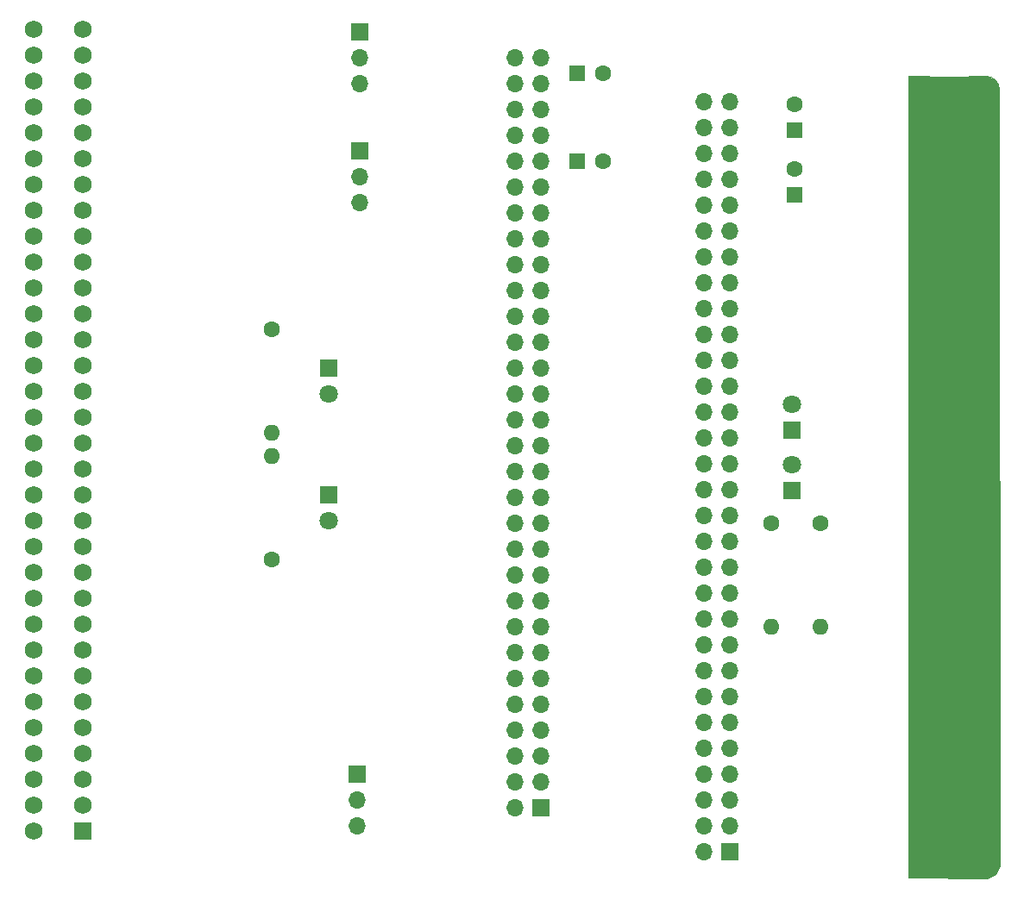
<source format=gbr>
%TF.GenerationSoftware,KiCad,Pcbnew,7.0.8*%
%TF.CreationDate,2023-12-05T21:31:03-08:00*%
%TF.ProjectId,Teradrive Mega CD Adapter,54657261-6472-4697-9665-204d65676120,1*%
%TF.SameCoordinates,Original*%
%TF.FileFunction,Soldermask,Bot*%
%TF.FilePolarity,Negative*%
%FSLAX46Y46*%
G04 Gerber Fmt 4.6, Leading zero omitted, Abs format (unit mm)*
G04 Created by KiCad (PCBNEW 7.0.8) date 2023-12-05 21:31:03*
%MOMM*%
%LPD*%
G01*
G04 APERTURE LIST*
G04 Aperture macros list*
%AMRoundRect*
0 Rectangle with rounded corners*
0 $1 Rounding radius*
0 $2 $3 $4 $5 $6 $7 $8 $9 X,Y pos of 4 corners*
0 Add a 4 corners polygon primitive as box body*
4,1,4,$2,$3,$4,$5,$6,$7,$8,$9,$2,$3,0*
0 Add four circle primitives for the rounded corners*
1,1,$1+$1,$2,$3*
1,1,$1+$1,$4,$5*
1,1,$1+$1,$6,$7*
1,1,$1+$1,$8,$9*
0 Add four rect primitives between the rounded corners*
20,1,$1+$1,$2,$3,$4,$5,0*
20,1,$1+$1,$4,$5,$6,$7,0*
20,1,$1+$1,$6,$7,$8,$9,0*
20,1,$1+$1,$8,$9,$2,$3,0*%
G04 Aperture macros list end*
%ADD10C,0.100000*%
%ADD11R,1.700000X1.700000*%
%ADD12O,1.700000X1.700000*%
%ADD13C,1.600000*%
%ADD14O,1.600000X1.600000*%
%ADD15R,1.800000X1.800000*%
%ADD16C,1.800000*%
%ADD17R,1.600000X1.600000*%
%ADD18RoundRect,0.102000X0.765000X-0.765000X0.765000X0.765000X-0.765000X0.765000X-0.765000X-0.765000X0*%
%ADD19C,1.734000*%
G04 APERTURE END LIST*
D10*
%TO.C,J4*%
X157549224Y-149614394D02*
G75*
G03*
X158819224Y-148344394I806J1269194D01*
G01*
X158813502Y-72135998D02*
G75*
G03*
X157543502Y-70865998I-1269202J798D01*
G01*
X158441762Y-71237738D02*
X158813500Y-72136000D01*
X158819224Y-148344394D01*
X158447486Y-149242656D01*
X157549224Y-149614394D01*
X149923500Y-149606000D01*
X149923500Y-70866000D01*
X154051000Y-70886280D01*
X157543500Y-70866000D01*
X158441762Y-71237738D01*
G36*
X158441762Y-71237738D02*
G01*
X158813500Y-72136000D01*
X158819224Y-148344394D01*
X158447486Y-149242656D01*
X157549224Y-149614394D01*
X149923500Y-149606000D01*
X149923500Y-70866000D01*
X154051000Y-70886280D01*
X157543500Y-70866000D01*
X158441762Y-71237738D01*
G37*
%TD*%
D11*
%TO.C,J3*%
X132334000Y-147061000D03*
D12*
X132334000Y-144521000D03*
X132334000Y-141981000D03*
X132334000Y-139441000D03*
X132334000Y-136901000D03*
X132334000Y-134361000D03*
X132334000Y-131821000D03*
X132334000Y-129281000D03*
X132334000Y-126741000D03*
X132334000Y-124201000D03*
X132334000Y-121661000D03*
X132334000Y-119121000D03*
X132334000Y-116581000D03*
X132334000Y-114041000D03*
X132334000Y-111501000D03*
X132334000Y-108961000D03*
X132334000Y-106421000D03*
X132334000Y-103881000D03*
X132334000Y-101341000D03*
X132334000Y-98801000D03*
X132334000Y-96261000D03*
X132334000Y-93721000D03*
X132334000Y-91181000D03*
X132334000Y-88641000D03*
X132334000Y-86101000D03*
X132334000Y-83561000D03*
X132334000Y-81021000D03*
X132334000Y-78481000D03*
X132334000Y-75941000D03*
X132334000Y-73401000D03*
X129794000Y-147061000D03*
X129794000Y-144521000D03*
X129794000Y-141981000D03*
X129794000Y-139441000D03*
X129794000Y-136901000D03*
X129794000Y-134361000D03*
X129794000Y-131821000D03*
X129794000Y-129281000D03*
X129794000Y-126741000D03*
X129794000Y-124201000D03*
X129794000Y-121661000D03*
X129794000Y-119121000D03*
X129794000Y-116581000D03*
X129794000Y-114041000D03*
X129794000Y-111501000D03*
X129794000Y-108961000D03*
X129794000Y-106421000D03*
X129794000Y-103881000D03*
X129794000Y-101341000D03*
X129794000Y-98801000D03*
X129794000Y-96261000D03*
X129794000Y-93721000D03*
X129794000Y-91181000D03*
X129794000Y-88641000D03*
X129794000Y-86101000D03*
X129794000Y-83561000D03*
X129794000Y-81021000D03*
X129794000Y-78481000D03*
X129794000Y-75941000D03*
X129794000Y-73401000D03*
%TD*%
D13*
%TO.C,R1*%
X87376000Y-118364000D03*
D14*
X87376000Y-108204000D03*
%TD*%
D15*
%TO.C,D4*%
X138430000Y-105664000D03*
D16*
X138430000Y-103124000D03*
%TD*%
D15*
%TO.C,D2*%
X92964000Y-99563000D03*
D16*
X92964000Y-102103000D03*
%TD*%
D11*
%TO.C,J1*%
X113792000Y-142743000D03*
D12*
X113792000Y-140203000D03*
X113792000Y-137663000D03*
X113792000Y-135123000D03*
X113792000Y-132583000D03*
X113792000Y-130043000D03*
X113792000Y-127503000D03*
X113792000Y-124963000D03*
X113792000Y-122423000D03*
X113792000Y-119883000D03*
X113792000Y-117343000D03*
X113792000Y-114803000D03*
X113792000Y-112263000D03*
X113792000Y-109723000D03*
X113792000Y-107183000D03*
X113792000Y-104643000D03*
X113792000Y-102103000D03*
X113792000Y-99563000D03*
X113792000Y-97023000D03*
X113792000Y-94483000D03*
X113792000Y-91943000D03*
X113792000Y-89403000D03*
X113792000Y-86863000D03*
X113792000Y-84323000D03*
X113792000Y-81783000D03*
X113792000Y-79243000D03*
X113792000Y-76703000D03*
X113792000Y-74163000D03*
X113792000Y-71623000D03*
X113792000Y-69083000D03*
X111252000Y-142743000D03*
X111252000Y-140203000D03*
X111252000Y-137663000D03*
X111252000Y-135123000D03*
X111252000Y-132583000D03*
X111252000Y-130043000D03*
X111252000Y-127503000D03*
X111252000Y-124963000D03*
X111252000Y-122423000D03*
X111252000Y-119883000D03*
X111252000Y-117343000D03*
X111252000Y-114803000D03*
X111252000Y-112263000D03*
X111252000Y-109723000D03*
X111252000Y-107183000D03*
X111252000Y-104643000D03*
X111252000Y-102103000D03*
X111252000Y-99563000D03*
X111252000Y-97023000D03*
X111252000Y-94483000D03*
X111252000Y-91943000D03*
X111252000Y-89403000D03*
X111252000Y-86863000D03*
X111252000Y-84323000D03*
X111252000Y-81783000D03*
X111252000Y-79243000D03*
X111252000Y-76703000D03*
X111252000Y-74163000D03*
X111252000Y-71623000D03*
X111252000Y-69083000D03*
%TD*%
D13*
%TO.C,R3*%
X136398000Y-114808000D03*
D14*
X136398000Y-124968000D03*
%TD*%
D15*
%TO.C,D1*%
X92964000Y-112009000D03*
D16*
X92964000Y-114549000D03*
%TD*%
D13*
%TO.C,R2*%
X87376000Y-95758000D03*
D14*
X87376000Y-105918000D03*
%TD*%
D15*
%TO.C,D3*%
X138430000Y-111516000D03*
D16*
X138430000Y-108976000D03*
%TD*%
D17*
%TO.C,C3*%
X138684000Y-82485113D03*
D13*
X138684000Y-79985113D03*
%TD*%
D17*
%TO.C,C4*%
X138684000Y-76135113D03*
D13*
X138684000Y-73635113D03*
%TD*%
D11*
%TO.C,JPB2*%
X95758000Y-139446000D03*
D12*
X95758000Y-141986000D03*
X95758000Y-144526000D03*
%TD*%
D11*
%TO.C,JPA31*%
X96012000Y-66548000D03*
D12*
X96012000Y-69088000D03*
X96012000Y-71628000D03*
%TD*%
D13*
%TO.C,R4*%
X141224000Y-114808000D03*
D14*
X141224000Y-124968000D03*
%TD*%
D11*
%TO.C,JPB31*%
X96012000Y-78206560D03*
D12*
X96012000Y-80746560D03*
X96012000Y-83286560D03*
%TD*%
D18*
%TO.C,J2*%
X68834000Y-145038000D03*
D19*
X68834000Y-142498000D03*
X68834000Y-139958000D03*
X68834000Y-137418000D03*
X68834000Y-134878000D03*
X68834000Y-132338000D03*
X68834000Y-129798000D03*
X68834000Y-127258000D03*
X68834000Y-124718000D03*
X68834000Y-122178000D03*
X68834000Y-119638000D03*
X68834000Y-117098000D03*
X68834000Y-114558000D03*
X68834000Y-112018000D03*
X68834000Y-109478000D03*
X68834000Y-106938000D03*
X68834000Y-104398000D03*
X68834000Y-101858000D03*
X68834000Y-99318000D03*
X68834000Y-96778000D03*
X68834000Y-94238000D03*
X68834000Y-91698000D03*
X68834000Y-89158000D03*
X68834000Y-86618000D03*
X68834000Y-84078000D03*
X68834000Y-81538000D03*
X68834000Y-78998000D03*
X68834000Y-76458000D03*
X68834000Y-73918000D03*
X68834000Y-71378000D03*
X68834000Y-68838000D03*
X68834000Y-66298000D03*
X63994000Y-145038000D03*
X63994000Y-142498000D03*
X63994000Y-139958000D03*
X63994000Y-137418000D03*
X63994000Y-134878000D03*
X63994000Y-132338000D03*
X63994000Y-129798000D03*
X63994000Y-127258000D03*
X63994000Y-124718000D03*
X63994000Y-122178000D03*
X63994000Y-119638000D03*
X63994000Y-117098000D03*
X63994000Y-114558000D03*
X63994000Y-112018000D03*
X63994000Y-109478000D03*
X63994000Y-106938000D03*
X63994000Y-104398000D03*
X63994000Y-101858000D03*
X63994000Y-99318000D03*
X63994000Y-96778000D03*
X63994000Y-94238000D03*
X63994000Y-91698000D03*
X63994000Y-89158000D03*
X63994000Y-86618000D03*
X63994000Y-84078000D03*
X63994000Y-81538000D03*
X63994000Y-78998000D03*
X63994000Y-76458000D03*
X63994000Y-73918000D03*
X63994000Y-71378000D03*
X63994000Y-68838000D03*
X63994000Y-66298000D03*
%TD*%
D17*
%TO.C,C2*%
X117388000Y-70612000D03*
D13*
X119888000Y-70612000D03*
%TD*%
D17*
%TO.C,C1*%
X117412887Y-79248000D03*
D13*
X119912887Y-79248000D03*
%TD*%
M02*

</source>
